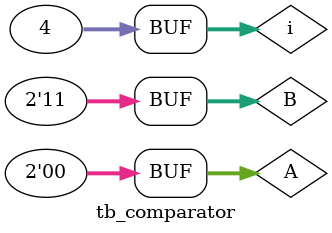
<source format=v>
 module part2ex2(input [1:0] A,B, output A_less_B, A_equal_B, A_greater_B);  
 wire tmp1,tmp2,tmp3,tmp4,tmp5, tmp6, tmp7, tmp8;  
 // A = B output   
 xnor u1(tmp1,A[1],B[1]);  
 xnor u2(tmp2,A[0],B[0]);  
 and u3(A_equal_B,tmp1,tmp2);  
 // A less than B output   
 assign tmp3 = (~A[0])& (~A[1])& B[0];  
 assign tmp4 = (~A[1])& B[1];  
 assign tmp5 = (~A[0])& B[1]& B[0];  
 assign A_less_B = tmp3 | tmp4 | tmp5;  
 // A greater than B output   
 assign tmp6 = (~B[0])& (~B[1])& A[0];  
 assign tmp7 = (~B[1])& A[1];  
 assign tmp8 = (~B[0])& A[1]& A[0];  
 assign A_greater_B = tmp6 | tmp7 | tmp8;  
 endmodule   
 `timescale     10 ps/ 10 ps  
 // FPGA projects using Verilog/ VHDL  
 // fpga4student.com  
 // Verilog testbench code for 2-bit comparator   
 module tb_comparator;  
 reg [1:0] A, B;  
 wire A_less_B, A_equal_B, A_greater_B;  
 integer i;  
 // device under test  
 comparator dut(A,B,A_less_B, A_equal_B, A_greater_B);  
 initial begin  
      for (i=0;i<4;i=i+1)  
      begin   
           A = i;  
           B = i + 1;  
           #20;  
      end   
      for (i=0;i<4;i=i+1)  
      begin   
           A = i;  
           B = i;  
           #20;  
      end   
      for (i=0;i<4;i=i+1)  
      begin   
           A = i+1;  
           B = i;  
           #20;  
      end   
 end   
 endmodule   
</source>
